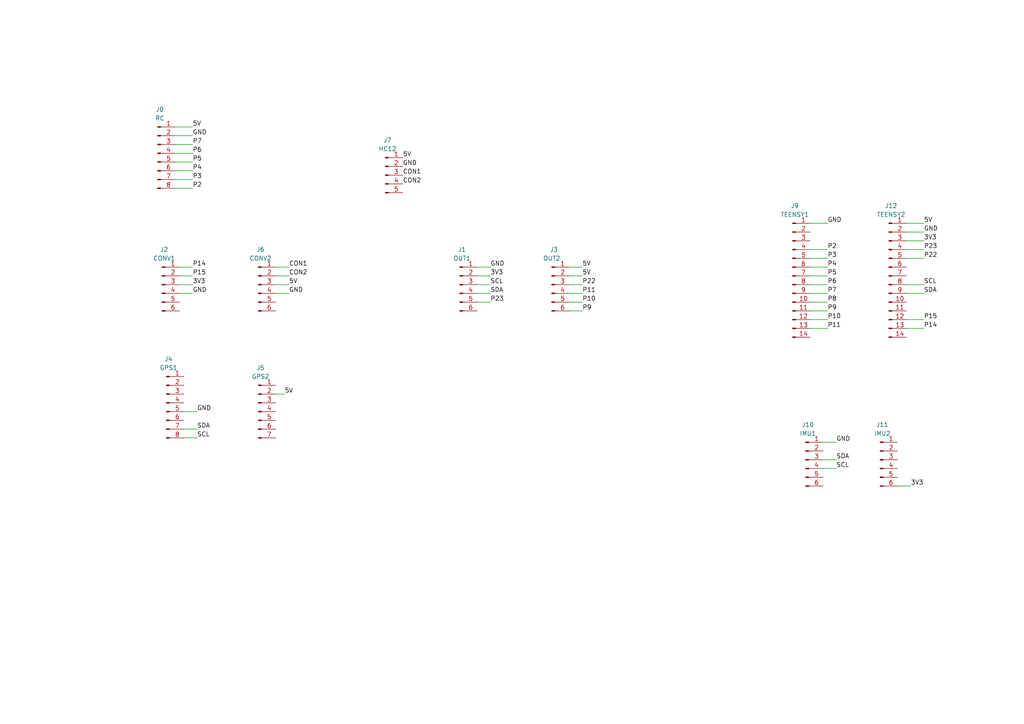
<source format=kicad_sch>
(kicad_sch (version 20211123) (generator eeschema)
  (paper "A4")
  (lib_symbols
    (symbol "Connector:Conn_01x05_Male" (pin_names (offset 1.016) hide)
      (property "Reference" "J" (at 0 7.62 0))
      (property "Value" "Conn_01x05_Male" (at 0 -7.62 0))
      (symbol "Conn_01x05_Male_1_1"
        (polyline (pts (xy 1.27 -5.08) (xy 0.8636 -5.08)) (stroke (width 0.1524)))
        (polyline (pts (xy 1.27 -2.54) (xy 0.8636 -2.54)) (stroke (width 0.1524)))
        (polyline (pts (xy 1.27 0) (xy 0.8636 0)) (stroke (width 0.1524)))
        (polyline (pts (xy 1.27 2.54) (xy 0.8636 2.54)) (stroke (width 0.1524)))
        (polyline (pts (xy 1.27 5.08) (xy 0.8636 5.08)) (stroke (width 0.1524)))
        (rectangle (start 0.8636 -4.953) (end 0 -5.207) (stroke (width 0.1524)) (fill (type outline)))
        (rectangle (start 0.8636 -2.413) (end 0 -2.667) (stroke (width 0.1524)) (fill (type outline)))
        (rectangle (start 0.8636 0.127) (end 0 -0.127) (stroke (width 0.1524)) (fill (type outline)))
        (rectangle (start 0.8636 2.667) (end 0 2.413) (stroke (width 0.1524)) (fill (type outline)))
        (rectangle (start 0.8636 5.207) (end 0 4.953) (stroke (width 0.1524)) (fill (type outline)))
        (pin passive line (at 5.08 5.08 180) (length 3.81) (name "Pin_1") (number "1"))
        (pin passive line (at 5.08 2.54 180) (length 3.81) (name "Pin_2") (number "2"))
        (pin passive line (at 5.08 0 180) (length 3.81) (name "Pin_3") (number "3"))
        (pin passive line (at 5.08 -2.54 180) (length 3.81) (name "Pin_4") (number "4"))
        (pin passive line (at 5.08 -5.08 180) (length 3.81) (name "Pin_5") (number "5"))
      )
    )
    (symbol "Connector:Conn_01x06_Male" (pin_names (offset 1.016) hide)
      (property "Reference" "J" (at 0 7.62 0))
      (property "Value" "Conn_01x06_Male" (at 0 -10.16 0))
      (symbol "Conn_01x06_Male_1_1"
        (polyline (pts (xy 1.27 -7.62) (xy 0.8636 -7.62)) (stroke (width 0.1524)))
        (polyline (pts (xy 1.27 -5.08) (xy 0.8636 -5.08)) (stroke (width 0.1524)))
        (polyline (pts (xy 1.27 -2.54) (xy 0.8636 -2.54)) (stroke (width 0.1524)))
        (polyline (pts (xy 1.27 0) (xy 0.8636 0)) (stroke (width 0.1524)))
        (polyline (pts (xy 1.27 2.54) (xy 0.8636 2.54)) (stroke (width 0.1524)))
        (polyline (pts (xy 1.27 5.08) (xy 0.8636 5.08)) (stroke (width 0.1524)))
        (rectangle (start 0.8636 -7.493) (end 0 -7.747) (stroke (width 0.1524)) (fill (type outline)))
        (rectangle (start 0.8636 -4.953) (end 0 -5.207) (stroke (width 0.1524)) (fill (type outline)))
        (rectangle (start 0.8636 -2.413) (end 0 -2.667) (stroke (width 0.1524)) (fill (type outline)))
        (rectangle (start 0.8636 0.127) (end 0 -0.127) (stroke (width 0.1524)) (fill (type outline)))
        (rectangle (start 0.8636 2.667) (end 0 2.413) (stroke (width 0.1524)) (fill (type outline)))
        (rectangle (start 0.8636 5.207) (end 0 4.953) (stroke (width 0.1524)) (fill (type outline)))
        (pin passive line (at 5.08 5.08 180) (length 3.81) (name "Pin_1") (number "1"))
        (pin passive line (at 5.08 2.54 180) (length 3.81) (name "Pin_2") (number "2"))
        (pin passive line (at 5.08 0 180) (length 3.81) (name "Pin_3") (number "3"))
        (pin passive line (at 5.08 -2.54 180) (length 3.81) (name "Pin_4") (number "4"))
        (pin passive line (at 5.08 -5.08 180) (length 3.81) (name "Pin_5") (number "5"))
        (pin passive line (at 5.08 -7.62 180) (length 3.81) (name "Pin_6") (number "6"))
      )
    )
    (symbol "Connector:Conn_01x07_Male" (pin_names (offset 1.016) hide)
      (property "Reference" "J" (at 0 10.16 0))
      (property "Value" "Conn_01x07_Male" (at 0 -10.16 0))
      (symbol "Conn_01x07_Male_1_1"
        (polyline (pts (xy 1.27 -7.62) (xy 0.8636 -7.62)) (stroke (width 0.1524)))
        (polyline (pts (xy 1.27 -5.08) (xy 0.8636 -5.08)) (stroke (width 0.1524)))
        (polyline (pts (xy 1.27 -2.54) (xy 0.8636 -2.54)) (stroke (width 0.1524)))
        (polyline (pts (xy 1.27 0) (xy 0.8636 0)) (stroke (width 0.1524)))
        (polyline (pts (xy 1.27 2.54) (xy 0.8636 2.54)) (stroke (width 0.1524)))
        (polyline (pts (xy 1.27 5.08) (xy 0.8636 5.08)) (stroke (width 0.1524)))
        (polyline (pts (xy 1.27 7.62) (xy 0.8636 7.62)) (stroke (width 0.1524)))
        (rectangle (start 0.8636 -7.493) (end 0 -7.747) (stroke (width 0.1524)) (fill (type outline)))
        (rectangle (start 0.8636 -4.953) (end 0 -5.207) (stroke (width 0.1524)) (fill (type outline)))
        (rectangle (start 0.8636 -2.413) (end 0 -2.667) (stroke (width 0.1524)) (fill (type outline)))
        (rectangle (start 0.8636 0.127) (end 0 -0.127) (stroke (width 0.1524)) (fill (type outline)))
        (rectangle (start 0.8636 2.667) (end 0 2.413) (stroke (width 0.1524)) (fill (type outline)))
        (rectangle (start 0.8636 5.207) (end 0 4.953) (stroke (width 0.1524)) (fill (type outline)))
        (rectangle (start 0.8636 7.747) (end 0 7.493) (stroke (width 0.1524)) (fill (type outline)))
        (pin passive line (at 5.08 7.62 180) (length 3.81) (name "Pin_1") (number "1"))
        (pin passive line (at 5.08 5.08 180) (length 3.81) (name "Pin_2") (number "2"))
        (pin passive line (at 5.08 2.54 180) (length 3.81) (name "Pin_3") (number "3"))
        (pin passive line (at 5.08 0 180) (length 3.81) (name "Pin_4") (number "4"))
        (pin passive line (at 5.08 -2.54 180) (length 3.81) (name "Pin_5") (number "5"))
        (pin passive line (at 5.08 -5.08 180) (length 3.81) (name "Pin_6") (number "6"))
        (pin passive line (at 5.08 -7.62 180) (length 3.81) (name "Pin_7") (number "7"))
      )
    )
    (symbol "Connector:Conn_01x08_Male" (pin_names (offset 1.016) hide)
      (property "Reference" "J" (at 0 10.16 0))
      (property "Value" "Conn_01x08_Male" (at 0 -12.7 0))
      (symbol "Conn_01x08_Male_1_1"
        (polyline (pts (xy 1.27 -10.16) (xy 0.8636 -10.16)) (stroke (width 0.1524)))
        (polyline (pts (xy 1.27 -7.62) (xy 0.8636 -7.62)) (stroke (width 0.1524)))
        (polyline (pts (xy 1.27 -5.08) (xy 0.8636 -5.08)) (stroke (width 0.1524)))
        (polyline (pts (xy 1.27 -2.54) (xy 0.8636 -2.54)) (stroke (width 0.1524)))
        (polyline (pts (xy 1.27 0) (xy 0.8636 0)) (stroke (width 0.1524)))
        (polyline (pts (xy 1.27 2.54) (xy 0.8636 2.54)) (stroke (width 0.1524)))
        (polyline (pts (xy 1.27 5.08) (xy 0.8636 5.08)) (stroke (width 0.1524)))
        (polyline (pts (xy 1.27 7.62) (xy 0.8636 7.62)) (stroke (width 0.1524)))
        (rectangle (start 0.8636 -10.033) (end 0 -10.287) (stroke (width 0.1524)) (fill (type outline)))
        (rectangle (start 0.8636 -7.493) (end 0 -7.747) (stroke (width 0.1524)) (fill (type outline)))
        (rectangle (start 0.8636 -4.953) (end 0 -5.207) (stroke (width 0.1524)) (fill (type outline)))
        (rectangle (start 0.8636 -2.413) (end 0 -2.667) (stroke (width 0.1524)) (fill (type outline)))
        (rectangle (start 0.8636 0.127) (end 0 -0.127) (stroke (width 0.1524)) (fill (type outline)))
        (rectangle (start 0.8636 2.667) (end 0 2.413) (stroke (width 0.1524)) (fill (type outline)))
        (rectangle (start 0.8636 5.207) (end 0 4.953) (stroke (width 0.1524)) (fill (type outline)))
        (rectangle (start 0.8636 7.747) (end 0 7.493) (stroke (width 0.1524)) (fill (type outline)))
        (pin passive line (at 5.08 7.62 180) (length 3.81) (name "Pin_1") (number "1"))
        (pin passive line (at 5.08 5.08 180) (length 3.81) (name "Pin_2") (number "2"))
        (pin passive line (at 5.08 2.54 180) (length 3.81) (name "Pin_3") (number "3"))
        (pin passive line (at 5.08 0 180) (length 3.81) (name "Pin_4") (number "4"))
        (pin passive line (at 5.08 -2.54 180) (length 3.81) (name "Pin_5") (number "5"))
        (pin passive line (at 5.08 -5.08 180) (length 3.81) (name "Pin_6") (number "6"))
        (pin passive line (at 5.08 -7.62 180) (length 3.81) (name "Pin_7") (number "7"))
        (pin passive line (at 5.08 -10.16 180) (length 3.81) (name "Pin_8") (number "8"))
      )
    )
    (symbol "Connector:Conn_01x14_Male" (pin_names (offset 1.016) hide)
      (property "Reference" "J" (at 0 17.78 0))
      (property "Value" "Conn_01x14_Male" (at 0 -20.32 0))
      (symbol "Conn_01x14_Male_1_1"
        (polyline (pts (xy 1.27 -17.78) (xy 0.8636 -17.78)) (stroke (width 0.1524)))
        (polyline (pts (xy 1.27 -15.24) (xy 0.8636 -15.24)) (stroke (width 0.1524)))
        (polyline (pts (xy 1.27 -12.7) (xy 0.8636 -12.7)) (stroke (width 0.1524)))
        (polyline (pts (xy 1.27 -10.16) (xy 0.8636 -10.16)) (stroke (width 0.1524)))
        (polyline (pts (xy 1.27 -7.62) (xy 0.8636 -7.62)) (stroke (width 0.1524)))
        (polyline (pts (xy 1.27 -5.08) (xy 0.8636 -5.08)) (stroke (width 0.1524)))
        (polyline (pts (xy 1.27 -2.54) (xy 0.8636 -2.54)) (stroke (width 0.1524)))
        (polyline (pts (xy 1.27 0) (xy 0.8636 0)) (stroke (width 0.1524)))
        (polyline (pts (xy 1.27 2.54) (xy 0.8636 2.54)) (stroke (width 0.1524)))
        (polyline (pts (xy 1.27 5.08) (xy 0.8636 5.08)) (stroke (width 0.1524)))
        (polyline (pts (xy 1.27 7.62) (xy 0.8636 7.62)) (stroke (width 0.1524)))
        (polyline (pts (xy 1.27 10.16) (xy 0.8636 10.16)) (stroke (width 0.1524)))
        (polyline (pts (xy 1.27 12.7) (xy 0.8636 12.7)) (stroke (width 0.1524)))
        (polyline (pts (xy 1.27 15.24) (xy 0.8636 15.24)) (stroke (width 0.1524)))
        (rectangle (start 0.8636 -17.653) (end 0 -17.907) (stroke (width 0.1524)) (fill (type outline)))
        (rectangle (start 0.8636 -15.113) (end 0 -15.367) (stroke (width 0.1524)) (fill (type outline)))
        (rectangle (start 0.8636 -12.573) (end 0 -12.827) (stroke (width 0.1524)) (fill (type outline)))
        (rectangle (start 0.8636 -10.033) (end 0 -10.287) (stroke (width 0.1524)) (fill (type outline)))
        (rectangle (start 0.8636 -7.493) (end 0 -7.747) (stroke (width 0.1524)) (fill (type outline)))
        (rectangle (start 0.8636 -4.953) (end 0 -5.207) (stroke (width 0.1524)) (fill (type outline)))
        (rectangle (start 0.8636 -2.413) (end 0 -2.667) (stroke (width 0.1524)) (fill (type outline)))
        (rectangle (start 0.8636 0.127) (end 0 -0.127) (stroke (width 0.1524)) (fill (type outline)))
        (rectangle (start 0.8636 2.667) (end 0 2.413) (stroke (width 0.1524)) (fill (type outline)))
        (rectangle (start 0.8636 5.207) (end 0 4.953) (stroke (width 0.1524)) (fill (type outline)))
        (rectangle (start 0.8636 7.747) (end 0 7.493) (stroke (width 0.1524)) (fill (type outline)))
        (rectangle (start 0.8636 10.287) (end 0 10.033) (stroke (width 0.1524)) (fill (type outline)))
        (rectangle (start 0.8636 12.827) (end 0 12.573) (stroke (width 0.1524)) (fill (type outline)))
        (rectangle (start 0.8636 15.367) (end 0 15.113) (stroke (width 0.1524)) (fill (type outline)))
        (pin passive line (at 5.08 15.24 180) (length 3.81) (name "Pin_1") (number "1"))
        (pin passive line (at 5.08 -7.62 180) (length 3.81) (name "Pin_10") (number "10"))
        (pin passive line (at 5.08 -10.16 180) (length 3.81) (name "Pin_11") (number "11"))
        (pin passive line (at 5.08 -12.7 180) (length 3.81) (name "Pin_12") (number "12"))
        (pin passive line (at 5.08 -15.24 180) (length 3.81) (name "Pin_13") (number "13"))
        (pin passive line (at 5.08 -17.78 180) (length 3.81) (name "Pin_14") (number "14"))
        (pin passive line (at 5.08 12.7 180) (length 3.81) (name "Pin_2") (number "2"))
        (pin passive line (at 5.08 10.16 180) (length 3.81) (name "Pin_3") (number "3"))
        (pin passive line (at 5.08 7.62 180) (length 3.81) (name "Pin_4") (number "4"))
        (pin passive line (at 5.08 5.08 180) (length 3.81) (name "Pin_5") (number "5"))
        (pin passive line (at 5.08 2.54 180) (length 3.81) (name "Pin_6") (number "6"))
        (pin passive line (at 5.08 0 180) (length 3.81) (name "Pin_7") (number "7"))
        (pin passive line (at 5.08 -2.54 180) (length 3.81) (name "Pin_8") (number "8"))
        (pin passive line (at 5.08 -5.08 180) (length 3.81) (name "Pin_9") (number "9"))
      )
    )
  )
  (wire (pts (xy 165.1 77.47) (xy 168.91 77.47)))
  (wire (pts (xy 55.88 54.61) (xy 50.8 54.61)))
  (wire (pts (xy 267.97 72.39) (xy 262.89 72.39)))
  (wire (pts (xy 240.03 64.77) (xy 234.95 64.77)))
  (wire (pts (xy 55.88 52.07) (xy 50.8 52.07)))
  (wire (pts (xy 240.03 95.25) (xy 234.95 95.25)))
  (wire (pts (xy 267.97 69.85) (xy 262.89 69.85)))
  (wire (pts (xy 138.43 77.47) (xy 142.24 77.47)))
  (wire (pts (xy 83.82 82.55) (xy 80.01 82.55)))
  (wire (pts (xy 83.82 80.01) (xy 80.01 80.01)))
  (wire (pts (xy 83.82 85.09) (xy 80.01 85.09)))
  (wire (pts (xy 267.97 64.77) (xy 262.89 64.77)))
  (wire (pts (xy 165.1 87.63) (xy 168.91 87.63)))
  (wire (pts (xy 55.88 80.01) (xy 52.07 80.01)))
  (wire (pts (xy 242.57 128.27) (xy 238.76 128.27)))
  (wire (pts (xy 240.03 82.55) (xy 234.95 82.55)))
  (wire (pts (xy 57.15 127) (xy 53.34 127)))
  (wire (pts (xy 242.57 133.35) (xy 238.76 133.35)))
  (wire (pts (xy 138.43 85.09) (xy 142.24 85.09)))
  (wire (pts (xy 55.88 49.53) (xy 50.8 49.53)))
  (wire (pts (xy 267.97 85.09) (xy 262.89 85.09)))
  (wire (pts (xy 267.97 95.25) (xy 262.89 95.25)))
  (wire (pts (xy 83.82 77.47) (xy 80.01 77.47)))
  (wire (pts (xy 267.97 74.93) (xy 262.89 74.93)))
  (wire (pts (xy 57.15 119.38) (xy 53.34 119.38)))
  (wire (pts (xy 240.03 80.01) (xy 234.95 80.01)))
  (wire (pts (xy 240.03 92.71) (xy 234.95 92.71)))
  (wire (pts (xy 165.1 80.01) (xy 168.91 80.01)))
  (wire (pts (xy 240.03 87.63) (xy 234.95 87.63)))
  (wire (pts (xy 138.43 87.63) (xy 142.24 87.63)))
  (wire (pts (xy 55.88 39.37) (xy 50.8 39.37)))
  (wire (pts (xy 260.35 140.97) (xy 264.16 140.97)))
  (wire (pts (xy 55.88 36.83) (xy 50.8 36.83)))
  (wire (pts (xy 165.1 82.55) (xy 168.91 82.55)))
  (wire (pts (xy 138.43 82.55) (xy 142.24 82.55)))
  (wire (pts (xy 240.03 90.17) (xy 234.95 90.17)))
  (wire (pts (xy 240.03 77.47) (xy 234.95 77.47)))
  (wire (pts (xy 57.15 124.46) (xy 53.34 124.46)))
  (wire (pts (xy 55.88 85.09) (xy 52.07 85.09)))
  (wire (pts (xy 240.03 72.39) (xy 234.95 72.39)))
  (wire (pts (xy 138.43 80.01) (xy 142.24 80.01)))
  (wire (pts (xy 267.97 82.55) (xy 262.89 82.55)))
  (wire (pts (xy 165.1 90.17) (xy 168.91 90.17)))
  (wire (pts (xy 80.01 114.3) (xy 82.55 114.3)))
  (wire (pts (xy 267.97 92.71) (xy 262.89 92.71)))
  (wire (pts (xy 55.88 82.55) (xy 52.07 82.55)))
  (wire (pts (xy 55.88 77.47) (xy 52.07 77.47)))
  (wire (pts (xy 55.88 41.91) (xy 50.8 41.91)))
  (wire (pts (xy 240.03 85.09) (xy 234.95 85.09)))
  (wire (pts (xy 55.88 44.45) (xy 50.8 44.45)))
  (wire (pts (xy 242.57 135.89) (xy 238.76 135.89)))
  (wire (pts (xy 240.03 74.93) (xy 234.95 74.93)))
  (wire (pts (xy 267.97 67.31) (xy 262.89 67.31)))
  (wire (pts (xy 55.88 46.99) (xy 50.8 46.99)))
  (wire (pts (xy 165.1 85.09) (xy 168.91 85.09)))
  (label "SDA" (at 267.97 85.09 0))
  (label "GND" (at 116.84 48.26 0))
  (label "P14" (at 267.97 95.25 0))
  (label "P4" (at 55.88 49.53 0))
  (label "SCL" (at 267.97 82.55 0))
  (label "SDA" (at 142.24 85.09 0))
  (label "P6" (at 240.03 82.55 0))
  (label "P3" (at 240.03 74.93 0))
  (label "P3" (at 55.88 52.07 0))
  (label "P5" (at 55.88 46.99 0))
  (label "P9" (at 168.91 90.17 0))
  (label "P11" (at 168.91 85.09 0))
  (label "P14" (at 55.88 77.47 0))
  (label "CON2" (at 83.82 80.01 0))
  (label "GND" (at 83.82 85.09 0))
  (label "SCL" (at 142.24 82.55 0))
  (label "5V" (at 168.91 80.01 0))
  (label "3V3" (at 264.16 140.97 0))
  (label "CON2" (at 116.84 53.34 0))
  (label "P2" (at 55.88 54.61 0))
  (label "P7" (at 240.03 85.09 0))
  (label "5V" (at 83.82 82.55 0))
  (label "3V3" (at 55.88 82.55 0))
  (label "P4" (at 240.03 77.47 0))
  (label "5V" (at 168.91 77.47 0))
  (label "P2" (at 240.03 72.39 0))
  (label "P5" (at 240.03 80.01 0))
  (label "P8" (at 240.03 87.63 0))
  (label "P9" (at 240.03 90.17 0))
  (label "SDA" (at 57.15 124.46 0))
  (label "GND" (at 267.97 67.31 0))
  (label "SDA" (at 242.57 133.35 0))
  (label "CON1" (at 116.84 50.8 0))
  (label "GND" (at 142.24 77.47 0))
  (label "GND" (at 242.57 128.27 0))
  (label "3V3" (at 142.24 80.01 0))
  (label "P15" (at 55.88 80.01 0))
  (label "P22" (at 267.97 74.93 0))
  (label "GND" (at 240.03 64.77 0))
  (label "SCL" (at 242.57 135.89 0))
  (label "P11" (at 240.03 95.25 0))
  (label "GND" (at 55.88 85.09 0))
  (label "P15" (at 267.97 92.71 0))
  (label "P23" (at 142.24 87.63 0))
  (label "SCL" (at 57.15 127 0))
  (label "GND" (at 57.15 119.38 0))
  (label "3V3" (at 267.97 69.85 0))
  (label "5V" (at 82.55 114.3 0))
  (label "P10" (at 168.91 87.63 0))
  (label "5V" (at 55.88 36.83 0))
  (label "5V" (at 267.97 64.77 0))
  (label "P23" (at 267.97 72.39 0))
  (label "CON1" (at 83.82 77.47 0))
  (label "P6" (at 55.88 44.45 0))
  (label "5V" (at 116.84 45.72 0))
  (label "GND" (at 55.88 39.37 0))
  (label "P7" (at 55.88 41.91 0))
  (label "P10" (at 240.03 92.71 0))
  (label "P22" (at 168.91 82.55 0))
  (symbol (lib_id "Connector:Conn_01x06_Male") (at 255.27 133.35 0) (unit 1)
    (property "Reference" "J11" (at 255.905 123.19 0))
    (property "Value" "IMU2" (at 255.905 125.73 0))
    (property "Footprint" "Connector_PinSocket_2.54mm:PinSocket_1x06_P2.54mm_Vertical" (effects hide))
  )
  (symbol (lib_id "Connector:Conn_01x05_Male") (at 111.76 50.8 0) (unit 1)
    (property "Reference" "J7" (at 112.395 40.64 0))
    (property "Value" "HC12" (at 112.395 43.18 0))
    (property "Footprint" "Connector_PinSocket_2.54mm:PinSocket_1x05_P2.54mm_Vertical" (effects hide))
  )
  (symbol (lib_id "Connector:Conn_01x06_Male") (at 74.93 82.55 0) (unit 1)
    (property "Reference" "J6" (at 75.565 72.39 0))
    (property "Value" "CONV2" (at 75.565 74.93 0))
    (property "Footprint" "Connector_PinSocket_2.54mm:PinSocket_1x06_P2.54mm_Vertical" (effects hide))
  )
  (symbol (lib_id "Connector:Conn_01x06_Male") (at 46.99 82.55 0) (unit 1)
    (property "Reference" "J2" (at 47.625 72.39 0))
    (property "Value" "CONV1" (at 47.625 74.93 0))
    (property "Footprint" "Connector_PinSocket_2.54mm:PinSocket_1x06_P2.54mm_Vertical" (effects hide))
  )
  (symbol (lib_id "Connector:Conn_01x06_Male") (at 133.35 82.55 0) (unit 1)
    (property "Reference" "J1" (at 133.985 72.39 0))
    (property "Value" "OUT1" (at 133.985 74.93 0))
    (property "Footprint" "Connector_PinSocket_2.54mm:PinSocket_1x06_P2.54mm_Vertical" (effects hide))
  )
  (symbol (lib_id "Connector:Conn_01x08_Male") (at 45.72 44.45 0) (unit 1)
    (property "Reference" "J0" (at 46.355 31.75 0))
    (property "Value" "RC" (at 46.355 34.29 0))
    (property "Footprint" "Connector_PinSocket_2.54mm:PinSocket_1x08_P2.54mm_Vertical" (effects hide))
  )
  (symbol (lib_id "Connector:Conn_01x08_Male") (at 48.26 116.84 0) (unit 1)
    (property "Reference" "J4" (at 48.895 104.14 0))
    (property "Value" "GPS1" (at 48.895 106.68 0))
    (property "Footprint" "Connector_PinSocket_2.54mm:PinSocket_1x08_P2.54mm_Vertical" (effects hide))
  )
  (symbol (lib_id "Connector:Conn_01x06_Male") (at 160.02 82.55 0) (unit 1)
    (property "Reference" "J3" (at 160.655 72.39 0))
    (property "Value" "OUT2" (at 160.02 74.93 0))
    (property "Footprint" "Connector_PinSocket_2.54mm:PinSocket_1x06_P2.54mm_Vertical" (effects hide))
  )
  (symbol (lib_id "Connector:Conn_01x14_Male") (at 257.81 80.01 0) (unit 1)
    (property "Reference" "J12" (at 258.445 59.69 0))
    (property "Value" "TEENSY2" (at 258.445 62.23 0))
    (property "Footprint" "Connector_PinSocket_2.54mm:PinSocket_1x14_P2.54mm_Vertical" (effects hide))
  )
  (symbol (lib_id "Connector:Conn_01x06_Male") (at 233.68 133.35 0) (unit 1)
    (property "Reference" "J10" (at 234.315 123.19 0))
    (property "Value" "IMU1" (at 234.315 125.73 0))
    (property "Footprint" "Connector_PinSocket_2.54mm:PinSocket_1x06_P2.54mm_Vertical" (effects hide))
  )
  (symbol (lib_id "Connector:Conn_01x07_Male") (at 74.93 119.38 0) (unit 1)
    (property "Reference" "J5" (at 75.565 106.68 0))
    (property "Value" "GPS2" (at 75.565 109.22 0))
    (property "Footprint" "Connector_PinSocket_2.54mm:PinSocket_1x07_P2.54mm_Vertical" (effects hide))
  )
  (symbol (lib_id "Connector:Conn_01x14_Male") (at 229.87 80.01 0) (unit 1)
    (property "Reference" "J9" (at 230.505 59.69 0))
    (property "Value" "TEENSY1" (at 230.505 62.23 0))
    (property "Footprint" "Connector_PinSocket_2.54mm:PinSocket_1x14_P2.54mm_Vertical" (effects hide))
  )
)
</source>
